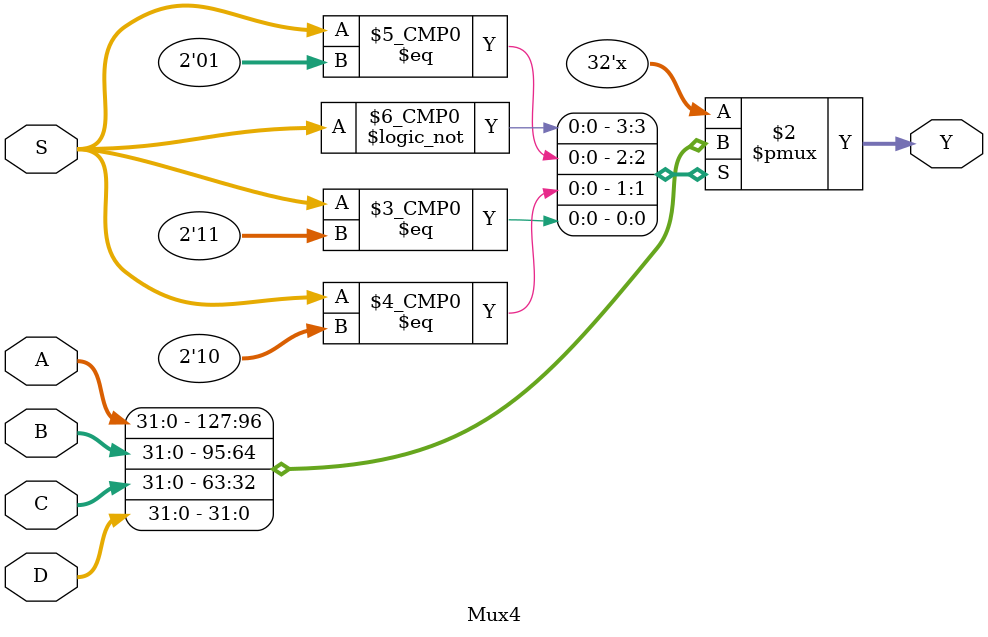
<source format=v>
`timescale 1ns / 1ps
module Mux4(
    input [31:0]A,		//Entrada 0 de 32 bits
    input [31:0]B,		//Entrada 1 de 32 bits
	 input [31:0]C,		//Entrada 1 de 32 bits
	 input [31:0]D,		//Entrada 1 de 32 bits
    input [1:0]S,				//Entrada de seleccion de 1 bit
    output reg [31:0]Y	//Salida de data seleccionada de 32 bits
    );

always @*		//Seleccion de data dependiendo de valor de S 
    case(S)
		2'b00:	Y <= A;
		2'b01:   Y <= B;
		2'b10:   Y <= C;
		2'b11:   Y <= D;
	endcase
endmodule


</source>
